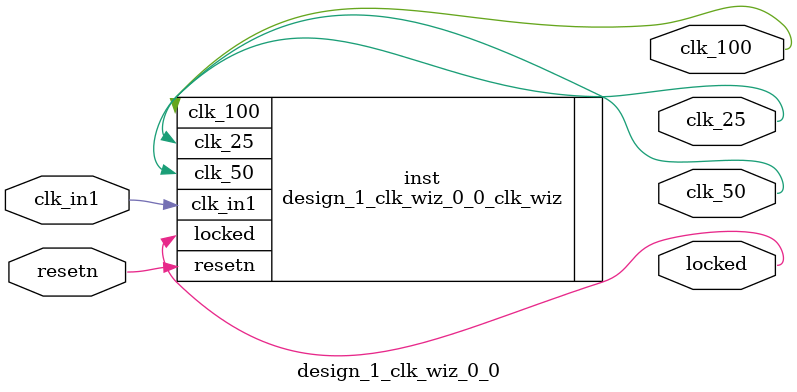
<source format=v>


`timescale 1ps/1ps

(* CORE_GENERATION_INFO = "design_1_clk_wiz_0_0,clk_wiz_v6_0_0_0,{component_name=design_1_clk_wiz_0_0,use_phase_alignment=true,use_min_o_jitter=false,use_max_i_jitter=false,use_dyn_phase_shift=false,use_inclk_switchover=false,use_dyn_reconfig=false,enable_axi=0,feedback_source=FDBK_AUTO,PRIMITIVE=MMCM,num_out_clk=3,clkin1_period=10.000,clkin2_period=10.000,use_power_down=false,use_reset=true,use_locked=true,use_inclk_stopped=false,feedback_type=SINGLE,CLOCK_MGR_TYPE=NA,manual_override=false}" *)

module design_1_clk_wiz_0_0 
 (
  // Clock out ports
  output        clk_25,
  output        clk_50,
  output        clk_100,
  // Status and control signals
  input         resetn,
  output        locked,
 // Clock in ports
  input         clk_in1
 );

  design_1_clk_wiz_0_0_clk_wiz inst
  (
  // Clock out ports  
  .clk_25(clk_25),
  .clk_50(clk_50),
  .clk_100(clk_100),
  // Status and control signals               
  .resetn(resetn), 
  .locked(locked),
 // Clock in ports
  .clk_in1(clk_in1)
  );

endmodule

</source>
